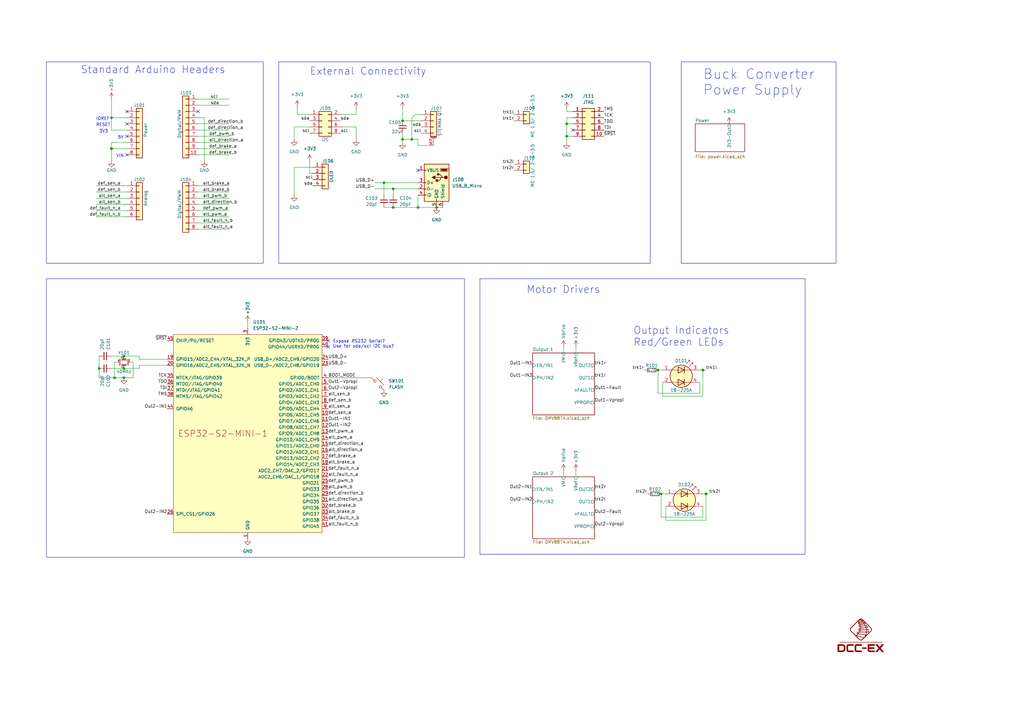
<source format=kicad_sch>
(kicad_sch (version 20230121) (generator eeschema)
  (paper "A3")
  (title_block (date "mar. 31 mars 2015"))
  (lib_symbols
    (symbol "+3V3_1" (power) (pin_names (offset 0))
      (property "Value" "+3V3_1" (at 0 3.556 0))
      (symbol "+3V3_1_1_1"
        (pin power_in line (at 0 0 90) (length 0) hide (name "+3V3") (number "1"))
      )
    )
    (symbol "+3V3_2" (power) (pin_names (offset 0))
      (property "Value" "+3V3_2" (at 0 3.556 0))
      (symbol "+3V3_2_1_1"
        (pin power_in line (at 0 0 90) (length 0) hide (name "+3V3") (number "1"))
      )
    )
    (symbol "Connector:USB_B_Micro" (pin_names (offset 1.016))
      (property "Reference" "J" (at -5.08 11.43 0))
      (property "Value" "USB_B_Micro" (at -5.08 8.89 0))
      (symbol "USB_B_Micro_1_1"
        (pin power_out line (at 7.62 5.08 180) (length 2.54) (name "VBUS") (number "1"))
        (pin bidirectional line (at 7.62 -2.54 180) (length 2.54) (name "D-") (number "2"))
        (pin bidirectional line (at 7.62 0 180) (length 2.54) (name "D+") (number "3"))
        (pin passive line (at 7.62 -5.08 180) (length 2.54) (name "ID") (number "4"))
        (pin power_out line (at 0 -10.16 90) (length 2.54) (name "GND") (number "5"))
        (pin passive line (at -2.54 -10.16 90) (length 2.54) (name "Shield") (number "6"))
      )
    )
    (symbol "Connector_Generic:Conn_01x02" (pin_names (offset 1.016) hide)
      (property "Reference" "J" (at 0 2.54 0))
      (property "Value" "Conn_01x02" (at 0 -5.08 0))
      (symbol "Conn_01x02_1_1"
        (pin passive line (at -5.08 0 0) (length 3.81) (name "Pin_1") (number "1"))
        (pin passive line (at -5.08 -2.54 0) (length 3.81) (name "Pin_2") (number "2"))
      )
    )
    (symbol "Connector_Generic:Conn_01x04" (pin_names (offset 1.016) hide)
      (property "Reference" "J" (at 0 5.08 0))
      (property "Value" "Conn_01x04" (at 0 -7.62 0))
      (symbol "Conn_01x04_1_1"
        (pin passive line (at -5.08 2.54 0) (length 3.81) (name "Pin_1") (number "1"))
        (pin passive line (at -5.08 0 0) (length 3.81) (name "Pin_2") (number "2"))
        (pin passive line (at -5.08 -2.54 0) (length 3.81) (name "Pin_3") (number "3"))
        (pin passive line (at -5.08 -5.08 0) (length 3.81) (name "Pin_4") (number "4"))
      )
    )
    (symbol "Connector_Generic:Conn_01x06" (pin_names (offset 1.016) hide)
      (property "Reference" "J" (at 0 7.62 0))
      (property "Value" "Conn_01x06" (at 0 -10.16 0))
      (symbol "Conn_01x06_1_1"
        (pin passive line (at -5.08 5.08 0) (length 3.81) (name "Pin_1") (number "1"))
        (pin passive line (at -5.08 2.54 0) (length 3.81) (name "Pin_2") (number "2"))
        (pin passive line (at -5.08 0 0) (length 3.81) (name "Pin_3") (number "3"))
        (pin passive line (at -5.08 -2.54 0) (length 3.81) (name "Pin_4") (number "4"))
        (pin passive line (at -5.08 -5.08 0) (length 3.81) (name "Pin_5") (number "5"))
        (pin passive line (at -5.08 -7.62 0) (length 3.81) (name "Pin_6") (number "6"))
      )
    )
    (symbol "Connector_Generic:Conn_01x08" (pin_names (offset 1.016) hide)
      (property "Reference" "J" (at 0 10.16 0))
      (property "Value" "Conn_01x08" (at 0 -12.7 0))
      (symbol "Conn_01x08_1_1"
        (pin passive line (at -5.08 7.62 0) (length 3.81) (name "Pin_1") (number "1"))
        (pin passive line (at -5.08 5.08 0) (length 3.81) (name "Pin_2") (number "2"))
        (pin passive line (at -5.08 2.54 0) (length 3.81) (name "Pin_3") (number "3"))
        (pin passive line (at -5.08 0 0) (length 3.81) (name "Pin_4") (number "4"))
        (pin passive line (at -5.08 -2.54 0) (length 3.81) (name "Pin_5") (number "5"))
        (pin passive line (at -5.08 -5.08 0) (length 3.81) (name "Pin_6") (number "6"))
        (pin passive line (at -5.08 -7.62 0) (length 3.81) (name "Pin_7") (number "7"))
        (pin passive line (at -5.08 -10.16 0) (length 3.81) (name "Pin_8") (number "8"))
      )
    )
    (symbol "Connector_Generic:Conn_01x10" (pin_names (offset 1.016) hide)
      (property "Reference" "J" (at 0 12.7 0))
      (property "Value" "Conn_01x10" (at 0 -15.24 0))
      (symbol "Conn_01x10_1_1"
        (pin passive line (at -5.08 10.16 0) (length 3.81) (name "Pin_1") (number "1"))
        (pin passive line (at -5.08 -12.7 0) (length 3.81) (name "Pin_10") (number "10"))
        (pin passive line (at -5.08 7.62 0) (length 3.81) (name "Pin_2") (number "2"))
        (pin passive line (at -5.08 5.08 0) (length 3.81) (name "Pin_3") (number "3"))
        (pin passive line (at -5.08 2.54 0) (length 3.81) (name "Pin_4") (number "4"))
        (pin passive line (at -5.08 0 0) (length 3.81) (name "Pin_5") (number "5"))
        (pin passive line (at -5.08 -2.54 0) (length 3.81) (name "Pin_6") (number "6"))
        (pin passive line (at -5.08 -5.08 0) (length 3.81) (name "Pin_7") (number "7"))
        (pin passive line (at -5.08 -7.62 0) (length 3.81) (name "Pin_8") (number "8"))
        (pin passive line (at -5.08 -10.16 0) (length 3.81) (name "Pin_9") (number "9"))
      )
    )
    (symbol "Connector_Generic:Conn_02x04_Odd_Even" (pin_names (offset 1.016) hide)
      (property "Reference" "J" (at 1.27 5.08 0))
      (property "Value" "Conn_02x04_Odd_Even" (at 1.27 -7.62 0))
      (symbol "Conn_02x04_Odd_Even_1_1"
        (pin passive line (at -5.08 2.54 0) (length 3.81) (name "Pin_1") (number "1"))
        (pin passive line (at 7.62 2.54 180) (length 3.81) (name "Pin_2") (number "2"))
        (pin passive line (at -5.08 0 0) (length 3.81) (name "Pin_3") (number "3"))
        (pin passive line (at 7.62 0 180) (length 3.81) (name "Pin_4") (number "4"))
        (pin passive line (at -5.08 -2.54 0) (length 3.81) (name "Pin_5") (number "5"))
        (pin passive line (at 7.62 -2.54 180) (length 3.81) (name "Pin_6") (number "6"))
        (pin passive line (at -5.08 -5.08 0) (length 3.81) (name "Pin_7") (number "7"))
        (pin passive line (at 7.62 -5.08 180) (length 3.81) (name "Pin_8") (number "8"))
      )
    )
    (symbol "Connector_Generic:Conn_02x05_Odd_Even" (pin_names (offset 1.016) hide)
      (property "Reference" "J" (at 1.27 7.62 0))
      (property "Value" "Conn_02x05_Odd_Even" (at 1.27 -7.62 0))
      (symbol "Conn_02x05_Odd_Even_1_1"
        (pin passive line (at -5.08 5.08 0) (length 3.81) (name "Pin_1") (number "1"))
        (pin passive line (at 7.62 -5.08 180) (length 3.81) (name "Pin_10") (number "10"))
        (pin passive line (at 7.62 5.08 180) (length 3.81) (name "Pin_2") (number "2"))
        (pin passive line (at -5.08 2.54 0) (length 3.81) (name "Pin_3") (number "3"))
        (pin passive line (at 7.62 2.54 180) (length 3.81) (name "Pin_4") (number "4"))
        (pin passive line (at -5.08 0 0) (length 3.81) (name "Pin_5") (number "5"))
        (pin passive line (at 7.62 0 180) (length 3.81) (name "Pin_6") (number "6"))
        (pin passive line (at -5.08 -2.54 0) (length 3.81) (name "Pin_7") (number "7"))
        (pin passive line (at 7.62 -2.54 180) (length 3.81) (name "Pin_8") (number "8"))
        (pin passive line (at -5.08 -5.08 0) (length 3.81) (name "Pin_9") (number "9"))
      )
    )
    (symbol "Connector_Generic_MountingPin:Conn_01x04_MountingPin" (pin_names (offset 1.016) hide)
      (property "Reference" "J" (at 0 5.08 0))
      (property "Value" "Conn_01x04_MountingPin" (at 1.27 -7.62 0))
      (symbol "Conn_01x04_MountingPin_1_1"
        (text "Mounting" (at 0 -6.731 0) (effects (font (size 0.381 0.381))))
        (pin passive line (at -5.08 2.54 0) (length 3.81) (name "Pin_1") (number "1"))
        (pin passive line (at -5.08 0 0) (length 3.81) (name "Pin_2") (number "2"))
        (pin passive line (at -5.08 -2.54 0) (length 3.81) (name "Pin_3") (number "3"))
        (pin passive line (at -5.08 -5.08 0) (length 3.81) (name "Pin_4") (number "4"))
        (pin passive line (at 0 -10.16 90) (length 3.048) (name "MountPin") (number "MP"))
      )
    )
    (symbol "DCC-EX-Symbols:DCC-EX-Logo" (pin_names (offset 1.016)))
    (symbol "Device:C_Small" (pin_numbers hide) (pin_names (offset 0.254) hide)
      (property "Reference" "C" (at 0.254 1.778 0))
      (property "Value" "C_Small" (at 0.254 -2.032 0))
      (symbol "C_Small_1_1"
        (pin passive line (at 0 2.54 270) (length 2.032) (name "~") (number "1"))
        (pin passive line (at 0 -2.54 90) (length 2.032) (name "~") (number "2"))
      )
    )
    (symbol "Device:Crystal_GND24_Small" (pin_names (offset 1.016) hide)
      (property "Reference" "Y" (at 1.27 4.445 0))
      (property "Value" "Crystal_GND24_Small" (at 1.27 2.54 0))
      (symbol "Crystal_GND24_Small_1_1"
        (pin passive line (at -2.54 0 0) (length 1.27) (name "1") (number "1"))
        (pin passive line (at 0 -2.54 90) (length 0.635) (name "2") (number "2"))
        (pin passive line (at 2.54 0 180) (length 1.27) (name "3") (number "3"))
        (pin passive line (at 0 2.54 270) (length 0.635) (name "4") (number "4"))
      )
    )
    (symbol "Device:LED_Dual_AAKK" (pin_names (offset 0) hide)
      (property "Reference" "D" (at 0 5.715 0))
      (property "Value" "LED_Dual_AAKK" (at 0 -6.35 0))
      (symbol "LED_Dual_AAKK_1_1"
        (pin input line (at -7.62 2.54 0) (length 3.048) (name "A1") (number "1"))
        (pin input line (at -7.62 -2.54 0) (length 3.048) (name "A2") (number "2"))
        (pin input line (at 7.62 2.54 180) (length 3.81) (name "K1") (number "3"))
        (pin input line (at 7.62 -2.54 180) (length 3.81) (name "K2") (number "4"))
      )
    )
    (symbol "Device:R_Small" (pin_numbers hide) (pin_names (offset 0.254) hide)
      (property "Reference" "R" (at 0.762 0.508 0))
      (property "Value" "R_Small" (at 0.762 -1.016 0))
      (symbol "R_Small_1_1"
        (pin passive line (at 0 2.54 270) (length 0.762) (name "~") (number "1"))
        (pin passive line (at 0 -2.54 90) (length 0.762) (name "~") (number "2"))
      )
    )
    (symbol "PCM_Espressif:ESP32-S2-MINI-1" (pin_names (offset 1.016))
      (property "Reference" "U" (at -30.48 45.72 0))
      (property "Value" "ESP32-S2-MINI-1" (at -30.48 43.18 0))
      (symbol "ESP32-S2-MINI-1_0_0"
        (pin power_in line (at 0 -43.18 90) (length 2.54) (name "GND") (number "1"))
        (pin passive line (at 0 -43.18 90) (length 2.54) hide (name "GND") (number "43"))
        (pin input line (at -33.02 10.16 0) (length 2.54) (name "GPIO46") (number "44"))
        (pin bidirectional line (at -33.02 38.1 0) (length 2.54) (name "CHIP/PU/RESET") (number "45"))
        (pin passive line (at 0 -43.18 90) (length 2.54) hide (name "GND") (number "46"))
        (pin passive line (at 0 -43.18 90) (length 2.54) hide (name "GND") (number "47"))
        (pin passive line (at 0 -43.18 90) (length 2.54) hide (name "GND") (number "48"))
        (pin passive line (at 0 -43.18 90) (length 2.54) hide (name "GND") (number "49"))
        (pin passive line (at 0 -43.18 90) (length 2.54) hide (name "GND") (number "50"))
        (pin passive line (at 0 -43.18 90) (length 2.54) hide (name "GND") (number "51"))
        (pin passive line (at 0 -43.18 90) (length 2.54) hide (name "GND") (number "52"))
        (pin passive line (at 0 -43.18 90) (length 2.54) hide (name "GND") (number "53"))
        (pin passive line (at 0 -43.18 90) (length 2.54) hide (name "GND") (number "54"))
        (pin passive line (at 0 -43.18 90) (length 2.54) hide (name "GND") (number "55"))
        (pin passive line (at 0 -43.18 90) (length 2.54) hide (name "GND") (number "56"))
        (pin passive line (at 0 -43.18 90) (length 2.54) hide (name "GND") (number "57"))
        (pin passive line (at 0 -43.18 90) (length 2.54) hide (name "GND") (number "58"))
        (pin passive line (at 0 -43.18 90) (length 2.54) hide (name "GND") (number "59"))
        (pin passive line (at 0 -43.18 90) (length 2.54) hide (name "GND") (number "60"))
        (pin passive line (at 0 -43.18 90) (length 2.54) hide (name "GND") (number "61"))
        (pin passive line (at 0 -43.18 90) (length 2.54) hide (name "GND") (number "62"))
        (pin passive line (at 0 -43.18 90) (length 2.54) hide (name "GND") (number "63"))
        (pin passive line (at 0 -43.18 90) (length 2.54) hide (name "GND") (number "64"))
        (pin passive line (at 0 -43.18 90) (length 2.54) hide (name "GND") (number "65"))
      )
      (symbol "ESP32-S2-MINI-1_1_1"
        (text "ESP32-S2-MINI-1" (at -10.16 0 0) (effects (font (size 2.54 2.54))))
        (pin bidirectional line (at 33.02 7.62 180) (length 2.54) (name "GPIO6/ADC1_CH5") (number "10"))
        (pin bidirectional line (at 33.02 5.08 180) (length 2.54) (name "GPIO7/ADC1_CH6") (number "11"))
        (pin bidirectional line (at 33.02 2.54 180) (length 2.54) (name "GPIO8/ADC1_CH7") (number "12"))
        (pin bidirectional line (at 33.02 0 180) (length 2.54) (name "GPIO9/ADC1_CH8") (number "13"))
        (pin bidirectional line (at 33.02 -2.54 180) (length 2.54) (name "GPIO10/ADC1_CH9") (number "14"))
        (pin bidirectional line (at 33.02 -5.08 180) (length 2.54) (name "GPIO11/ADC2_CH0") (number "15"))
        (pin bidirectional line (at 33.02 -7.62 180) (length 2.54) (name "GPIO12/ADC2_CH1") (number "16"))
        (pin bidirectional line (at 33.02 -10.16 180) (length 2.54) (name "GPIO13/ADC2_CH2") (number "17"))
        (pin bidirectional line (at 33.02 -12.7 180) (length 2.54) (name "GPIO14/ADC2_CH3") (number "18"))
        (pin bidirectional line (at -33.02 30.48 0) (length 2.54) (name "GPIO15/ADC2_CH4/XTAL_32K_P") (number "19"))
        (pin passive line (at 0 -43.18 90) (length 2.54) hide (name "GND") (number "2"))
        (pin bidirectional line (at -33.02 27.94 0) (length 2.54) (name "GPIO16/ADC2_CH5/XTAL_32K_N") (number "20"))
        (pin bidirectional line (at 33.02 -15.24 180) (length 2.54) (name "ADC2_CH7/DAC_2/GPIO17") (number "21"))
        (pin bidirectional line (at 33.02 -17.78 180) (length 2.54) (name "ADC2_CH6/DAC_1/GPIO18") (number "22"))
        (pin bidirectional line (at 33.02 27.94 180) (length 2.54) (name "USB_D-/ADC2_CH8/GPIO19") (number "23"))
        (pin bidirectional line (at 33.02 30.48 180) (length 2.54) (name "USB_D+/ADC2_CH9/GPIO20") (number "24"))
        (pin bidirectional line (at 33.02 -20.32 180) (length 2.54) (name "GPIO21") (number "25"))
        (pin bidirectional line (at -33.02 -33.02 0) (length 2.54) (name "SPI_CS1/GPIO26") (number "26"))
        (pin no_connect line (at -30.48 -38.1 0) (length 2.54) hide (name "NC") (number "27"))
        (pin bidirectional line (at 33.02 -22.86 180) (length 2.54) (name "GPIO33") (number "28"))
        (pin bidirectional line (at 33.02 -25.4 180) (length 2.54) (name "GPIO34") (number "29"))
        (pin power_in line (at 0 43.18 270) (length 2.54) (name "3V3") (number "3"))
        (pin passive line (at 0 -43.18 90) (length 2.54) hide (name "GND") (number "30"))
        (pin bidirectional line (at 33.02 -27.94 180) (length 2.54) (name "GPIO35") (number "31"))
        (pin bidirectional line (at 33.02 -30.48 180) (length 2.54) (name "GPIO36") (number "32"))
        (pin bidirectional line (at 33.02 -33.02 180) (length 2.54) (name "GPIO37") (number "33"))
        (pin bidirectional line (at 33.02 -35.56 180) (length 2.54) (name "GPIO38") (number "34"))
        (pin bidirectional line (at -33.02 22.86 0) (length 2.54) (name "MTCK/JTAG/GPIO39") (number "35"))
        (pin bidirectional line (at -33.02 20.32 0) (length 2.54) (name "MTDO/JTAG/GPIO40") (number "36"))
        (pin bidirectional line (at -33.02 17.78 0) (length 2.54) (name "MTDI/JTAG/GPIO41") (number "37"))
        (pin bidirectional line (at -33.02 15.24 0) (length 2.54) (name "MTMS/JTAG/GPIO42") (number "38"))
        (pin bidirectional line (at 33.02 38.1 180) (length 2.54) (name "GPIO43/U0TXD/PROG") (number "39"))
        (pin bidirectional line (at 33.02 22.86 180) (length 2.54) (name "GPIO0/BOOT") (number "4"))
        (pin bidirectional line (at 33.02 35.56 180) (length 2.54) (name "GPIO44/U0RXD/PROG") (number "40"))
        (pin bidirectional line (at 33.02 -38.1 180) (length 2.54) (name "GPIO45") (number "41"))
        (pin passive line (at 0 -43.18 90) (length 2.54) hide (name "GND") (number "42"))
        (pin bidirectional line (at 33.02 20.32 180) (length 2.54) (name "GPIO1/ADC1_CH0") (number "5"))
        (pin bidirectional line (at 33.02 17.78 180) (length 2.54) (name "GPIO2/ADC1_CH1") (number "6"))
        (pin bidirectional line (at 33.02 15.24 180) (length 2.54) (name "GPIO3/ADC1_CH2") (number "7"))
        (pin bidirectional line (at 33.02 12.7 180) (length 2.54) (name "GPIO4/ADC1_CH3") (number "8"))
        (pin bidirectional line (at 33.02 10.16 180) (length 2.54) (name "GPIO5/ADC1_CH4") (number "9"))
      )
    )
    (symbol "Switch:SW_Push_45deg" (pin_numbers hide) (pin_names (offset 1.016) hide)
      (property "Reference" "SW" (at 3.048 1.016 0))
      (property "Value" "SW_Push_45deg" (at 0 -3.81 0))
      (symbol "SW_Push_45deg_0_1"
        (pin passive line (at -2.54 2.54 0) (length 0) (name "1") (number "1"))
        (pin passive line (at 2.54 -2.54 180) (length 0) (name "2") (number "2"))
      )
    )
    (symbol "power:GND" (power) (pin_names (offset 0))
      (property "Value" "GND" (at 0 -3.81 0))
      (symbol "GND_1_1"
        (pin power_in line (at 0 0 270) (length 0) hide (name "GND") (number "1"))
      )
    )
    (symbol "power:Vdrive" (power) (pin_names (offset 0))
      (property "Value" "Vdrive" (at 0 3.81 0))
      (symbol "Vdrive_1_1"
        (pin power_in line (at 0 0 90) (length 0) hide (name "Vdrive") (number "1"))
      )
    )
  )
  (junction (at 157.48 74.93))
  (junction (at 232.41 55.88))
  (junction (at 161.29 85.09))
  (junction (at 50.8 146.05))
  (junction (at 45.72 60.96) (diameter 1.016))
  (junction (at 45.72 48.26))
  (junction (at 168.91 57.15))
  (junction (at 271.145 202.565))
  (junction (at 171.45 85.09))
  (junction (at 289.56 202.565))
  (junction (at 179.07 85.09))
  (junction (at 50.8 151.13))
  (junction (at 232.41 50.8))
  (junction (at 288.29 151.765))
  (junction (at 165.1 57.15))
  (junction (at 46.99 154.94))
  (junction (at 161.29 77.47))
  (junction (at 165.1 49.53))
  (junction (at 50.8 154.94))
  (junction (at 40.64 151.13))
  (junction (at 269.875 151.765))
  (no_connect (at 134.62 142.24))
  (no_connect (at 81.28 45.72))
  (no_connect (at 234.95 53.34))
  (no_connect (at 52.07 50.8))
  (no_connect (at 134.62 139.7))
  (no_connect (at 52.07 63.5))
  (no_connect (at 52.07 55.88))
  (no_connect (at 52.07 45.72))
  (no_connect (at 171.45 69.85))
  (wire (pts (xy 81.28 93.98) (xy 93.98 93.98)))
  (wire (pts (xy 81.28 58.42) (xy 93.98 58.42)))
  (wire (pts (xy 289.56 213.36) (xy 289.56 202.565)))
  (wire (pts (xy 81.28 40.64) (xy 93.98 40.64)))
  (wire (pts (xy 120.65 68.58) (xy 120.65 80.01)))
  (wire (pts (xy 170.18 46.99) (xy 168.91 48.26)))
  (wire (pts (xy 273.05 207.645) (xy 273.05 213.36)))
  (wire (pts (xy 288.29 151.765) (xy 289.56 151.765)))
  (wire (pts (xy 121.92 46.99) (xy 127 46.99)))
  (wire (pts (xy 45.72 48.26) (xy 45.72 53.34)))
  (wire (pts (xy 165.1 57.15) (xy 168.91 57.15)))
  (wire (pts (xy 289.56 202.565) (xy 290.83 202.565)))
  (wire (pts (xy 68.58 149.86) (xy 57.15 149.86)))
  (wire (pts (xy 264.16 151.765) (xy 264.795 151.765)))
  (wire (pts (xy 157.48 85.09) (xy 161.29 85.09)))
  (wire (pts (xy 271.78 156.845) (xy 271.78 162.56)))
  (wire (pts (xy 45.72 58.42) (xy 45.72 60.96)))
  (wire (pts (xy 39.37 88.9) (xy 52.07 88.9)))
  (wire (pts (xy 232.41 50.8) (xy 234.95 50.8)))
  (wire (pts (xy 171.45 59.69) (xy 171.45 57.15)))
  (wire (pts (xy 120.65 52.07) (xy 127 52.07)))
  (wire (pts (xy 170.18 46.99) (xy 172.72 46.99)))
  (wire (pts (xy 45.72 60.96) (xy 45.72 66.04)))
  (wire (pts (xy 171.45 80.01) (xy 171.45 85.09)))
  (wire (pts (xy 153.67 77.47) (xy 161.29 77.47)))
  (wire (pts (xy 165.1 49.53) (xy 172.72 49.53)))
  (wire (pts (xy 57.15 147.32) (xy 57.15 146.05)))
  (wire (pts (xy 271.145 212.09) (xy 288.29 212.09)))
  (wire (pts (xy 40.64 151.13) (xy 40.64 154.94)))
  (wire (pts (xy 81.28 50.8) (xy 93.98 50.8)))
  (wire (pts (xy 269.875 161.29) (xy 287.02 161.29)))
  (wire (pts (xy 45.72 40.64) (xy 45.72 48.26)))
  (wire (pts (xy 81.28 76.2) (xy 93.98 76.2)))
  (wire (pts (xy 57.15 146.05) (xy 50.8 146.05)))
  (wire (pts (xy 52.07 76.2) (xy 39.37 76.2)))
  (wire (pts (xy 265.43 202.565) (xy 266.065 202.565)))
  (wire (pts (xy 81.28 53.34) (xy 93.98 53.34)))
  (wire (pts (xy 271.78 162.56) (xy 288.29 162.56)))
  (wire (pts (xy 81.28 78.74) (xy 93.98 78.74)))
  (wire (pts (xy 269.875 151.765) (xy 269.875 161.29)))
  (wire (pts (xy 40.64 154.94) (xy 46.99 154.94)))
  (wire (pts (xy 40.64 146.05) (xy 40.64 151.13)))
  (wire (pts (xy 288.29 212.09) (xy 288.29 207.645)))
  (wire (pts (xy 121.92 43.815) (xy 121.92 46.99)))
  (wire (pts (xy 232.41 45.72) (xy 232.41 44.45)))
  (wire (pts (xy 46.99 154.94) (xy 50.8 154.94)))
  (wire (pts (xy 232.41 55.88) (xy 232.41 58.42)))
  (wire (pts (xy 81.28 60.96) (xy 93.98 60.96)))
  (wire (pts (xy 231.14 193.04) (xy 231.14 195.58)))
  (wire (pts (xy 139.7 46.99) (xy 146.05 46.99)))
  (wire (pts (xy 165.1 58.42) (xy 165.1 57.15)))
  (wire (pts (xy 53.34 148.59) (xy 54.61 148.59)))
  (wire (pts (xy 68.58 147.32) (xy 57.15 147.32)))
  (wire (pts (xy 146.05 52.07) (xy 146.05 57.15)))
  (wire (pts (xy 171.45 57.15) (xy 168.91 57.15)))
  (wire (pts (xy 81.28 83.82) (xy 93.98 83.82)))
  (wire (pts (xy 153.67 74.93) (xy 157.48 74.93)))
  (wire (pts (xy 234.95 48.26) (xy 232.41 48.26)))
  (wire (pts (xy 139.7 52.07) (xy 146.05 52.07)))
  (wire (pts (xy 57.15 151.13) (xy 50.8 151.13)))
  (wire (pts (xy 57.15 149.86) (xy 57.15 151.13)))
  (wire (pts (xy 83.82 48.26) (xy 83.82 66.04)))
  (wire (pts (xy 161.29 77.47) (xy 171.45 77.47)))
  (wire (pts (xy 46.99 148.59) (xy 48.26 148.59)))
  (wire (pts (xy 236.22 193.04) (xy 236.22 195.58)))
  (wire (pts (xy 273.05 213.36) (xy 289.56 213.36)))
  (wire (pts (xy 52.07 81.28) (xy 39.37 81.28)))
  (wire (pts (xy 52.07 60.96) (xy 45.72 60.96)))
  (wire (pts (xy 179.07 85.09) (xy 181.61 85.09)))
  (wire (pts (xy 287.02 151.765) (xy 288.29 151.765)))
  (wire (pts (xy 271.145 202.565) (xy 273.05 202.565)))
  (wire (pts (xy 231.14 142.24) (xy 231.14 144.78)))
  (wire (pts (xy 232.41 55.88) (xy 234.95 55.88)))
  (wire (pts (xy 45.72 53.34) (xy 52.07 53.34)))
  (wire (pts (xy 54.61 148.59) (xy 54.61 154.94)))
  (wire (pts (xy 39.37 78.74) (xy 52.07 78.74)))
  (wire (pts (xy 269.875 151.765) (xy 271.78 151.765)))
  (wire (pts (xy 120.65 68.58) (xy 128.27 68.58)))
  (wire (pts (xy 288.29 162.56) (xy 288.29 151.765)))
  (wire (pts (xy 127 66.04) (xy 127 71.12)))
  (wire (pts (xy 81.28 48.26) (xy 83.82 48.26)))
  (wire (pts (xy 288.29 202.565) (xy 289.56 202.565)))
  (wire (pts (xy 52.07 58.42) (xy 45.72 58.42)))
  (wire (pts (xy 232.41 50.8) (xy 232.41 55.88)))
  (wire (pts (xy 165.1 44.45) (xy 165.1 49.53)))
  (wire (pts (xy 81.28 55.88) (xy 93.98 55.88)))
  (wire (pts (xy 171.45 59.69) (xy 177.8 59.69)))
  (wire (pts (xy 45.72 146.05) (xy 50.8 146.05)))
  (wire (pts (xy 161.29 77.47) (xy 161.29 80.01)))
  (wire (pts (xy 127 71.12) (xy 128.27 71.12)))
  (wire (pts (xy 236.22 142.24) (xy 236.22 144.78)))
  (wire (pts (xy 81.28 81.28) (xy 93.98 81.28)))
  (wire (pts (xy 39.37 83.82) (xy 52.07 83.82)))
  (wire (pts (xy 101.6 132.08) (xy 101.6 134.62)))
  (wire (pts (xy 271.145 202.565) (xy 271.145 212.09)))
  (wire (pts (xy 171.45 85.09) (xy 179.07 85.09)))
  (wire (pts (xy 46.99 154.94) (xy 46.99 148.59)))
  (wire (pts (xy 165.1 54.61) (xy 165.1 57.15)))
  (wire (pts (xy 234.95 45.72) (xy 232.41 45.72)))
  (wire (pts (xy 161.29 85.09) (xy 171.45 85.09)))
  (wire (pts (xy 81.28 43.18) (xy 93.98 43.18)))
  (wire (pts (xy 146.05 44.45) (xy 146.05 46.99)))
  (wire (pts (xy 157.48 74.93) (xy 171.45 74.93)))
  (wire (pts (xy 81.28 88.9) (xy 93.98 88.9)))
  (wire (pts (xy 81.28 86.36) (xy 93.98 86.36)))
  (wire (pts (xy 157.48 74.93) (xy 157.48 80.01)))
  (wire (pts (xy 134.62 154.94) (xy 152.4 154.94)))
  (wire (pts (xy 45.72 151.13) (xy 50.8 151.13)))
  (wire (pts (xy 50.8 154.94) (xy 54.61 154.94)))
  (wire (pts (xy 81.28 91.44) (xy 93.98 91.44)))
  (wire (pts (xy 232.41 48.26) (xy 232.41 50.8)))
  (wire (pts (xy 120.65 52.07) (xy 120.65 57.15)))
  (wire (pts (xy 168.91 48.26) (xy 168.91 57.15)))
  (wire (pts (xy 287.02 161.29) (xy 287.02 156.845)))
  (wire (pts (xy 52.07 86.36) (xy 39.37 86.36)))
  (wire (pts (xy 81.28 63.5) (xy 93.98 63.5)))
  (wire (pts (xy 45.72 48.26) (xy 52.07 48.26)))
  (rectangle (start 19.05 114.3) (end 190.5 228.6))
  (rectangle (start 114.3 25.4) (end 266.7 107.95))
  (rectangle (start 19.05 25.4) (end 107.95 107.95))
  (rectangle (start 279.4 25.4) (end 342.9 107.95))
  (rectangle (start 196.85 114.3) (end 330.2 227.33))
  (text "Buck Converter\nPower Supply" (at 288.29 39.37 0) (effects (font (size 4 4)) (justify left bottom)))
  (text "Motor Drivers" (at 215.9 120.65 0) (effects (font (size 3 3)) (justify left bottom)))
  (text "Output Indicators\nRed/Green LEDs" (at 259.715 142.24 0) (effects (font (size 3 3)) (justify left bottom)))
  (text "VIN" (at 47.625 64.77 0) (effects (font (size 1.27 1.27)) (justify left bottom)))
  (text "External Connectivity" (at 127 31.115 0) (effects (font (size 3 3)) (justify left bottom)))
  (text "Expose RS232 Serial?\nUse for sda/scl I2C bus?" (at 136.525 142.875 0) (effects (font (size 1.27 1.27)) (justify left bottom)))
  (text "IOREF" (at 39.37 49.53 0) (effects (font (size 1.27 1.27)) (justify left bottom)))
  (text "5V" (at 48.26 57.15 0) (effects (font (size 1.27 1.27)) (justify left bottom)))
  (text "Standard Arduino Headers" (at 33.02 30.48 0) (effects (font (size 3 3)) (justify left bottom)))
  (text "RESET" (at 39.37 52.07 0) (effects (font (size 1.27 1.27)) (justify left bottom)))
  (text "3V3" (at 40.64 54.61 0) (effects (font (size 1.27 1.27)) (justify left bottom)))
  (text "new MotorDriver( 3, 12, UNUSED_PIN, 9, A0, 2.99, 1500, UNUSED_PIN), \\\nnew MotorDriver(11, 13, UNUSED_PIN, 8, A1, 2.99, 1500, UNUSED_PIN), \\\nnew MotorDriver( 2, 10, UNUSED_PIN, 7, A2, 2.99, 1500, UNUSED_PIN), \\\nnew MotorDriver( 5,  4, UNUSED_PIN, 6, A3, 2.99, 1500, UNUSED_PIN)" (at -6.858 251.206 90) (effects (font (size 3 3)) (justify left bottom)))
  (label "USB_D+" (at 153.67 74.93 180))
  (label "USB_D-" (at 153.67 77.47 180))
  (label "TCK" (at 68.58 154.94 180))
  (label "trk2r" (at 265.43 202.565 180))
  (label "trk2l" (at 290.83 202.565 0))
  (label "Out1-Vpropi" (at 134.62 157.48 0))
  (label "Out1-Vpropi" (at 243.84 165.1 0))
  (label "def_fault_n_a" (at 49.53 86.36 180))
  (label "def_direction_a" (at 85.217 53.34 0))
  (label "alt_pwm_a" (at 134.62 180.34 0))
  (label "alt_fault_n_a" (at 134.62 195.58 0))
  (label "def_brake_a" (at 134.62 187.96 0))
  (label "alt_brake_b" (at 83.185 78.74 0))
  (label "Out1-IN2" (at 134.62 175.26 0))
  (label "TCK" (at 247.65 48.26 0))
  (label "Out2-IN1" (at 218.44 200.66 180))
  (label "def_fault_n_b" (at 134.62 213.36 0))
  (label "trk2l" (at 243.84 205.74 0))
  (label "sda" (at 128.27 76.2 180))
  (label "alt_fault_n_a" (at 83.185 93.98 0))
  (label "def_direction_b" (at 85.217 50.8 0))
  (label "scl" (at 128.27 73.66 180))
  (label "def_pwm_b" (at 134.62 198.12 0))
  (label "alt_pwm_a" (at 83.185 88.9 0))
  (label "alt_direction_b" (at 83.185 83.82 0))
  (label "def_pwm_b" (at 85.725 55.88 0))
  (label "trk1l" (at 289.56 151.765 0))
  (label "alt_sen_b" (at 49.53 83.82 180))
  (label "def_sen_b" (at 49.53 78.74 180))
  (label "trk1l" (at 243.84 154.94 0))
  (label "~{SRST}" (at 247.65 55.88 0))
  (label "def_sen_a" (at 49.53 76.2 180))
  (label "alt_fault_n_b" (at 134.62 215.9 0))
  (label "Out2-Vpropi" (at 243.84 215.9 0))
  (label "scl" (at 172.72 54.61 180))
  (label "alt_brake_a" (at 134.62 190.5 0))
  (label "TDO" (at 68.58 157.48 180))
  (label "alt_sen_a" (at 134.62 167.64 0))
  (label "sda" (at 139.7 49.53 0))
  (label "Out1-IN2" (at 218.44 154.94 180))
  (label "alt_sen_a" (at 49.53 81.28 180))
  (label "trk2r" (at 210.82 69.85 180))
  (label "def_fault_n_b" (at 49.53 88.9 180))
  (label "Out2-IN2" (at 218.44 205.74 180))
  (label "alt_direction_a" (at 85.725 58.42 0))
  (label "Out1-IN1" (at 218.44 149.86 180))
  (label "trk1r" (at 264.16 151.765 180))
  (label "def_brake_a" (at 85.725 60.96 0))
  (label "def_pwm_a" (at 83.185 86.36 0))
  (label "def_direction_a" (at 134.62 182.88 0))
  (label "trk2l" (at 210.82 67.31 180))
  (label "def_direction_b" (at 134.62 203.2 0))
  (label "alt_brake_b" (at 134.62 210.82 0))
  (label "Out2-Vpropi" (at 134.62 160.02 0))
  (label "sda" (at 172.72 52.07 180))
  (label "TDI" (at 68.58 160.02 180))
  (label "scl" (at 139.7 54.61 0))
  (label "Out2-Fault" (at 243.84 210.82 0))
  (label "sda" (at 86.36 43.18 0))
  (label "TMS" (at 68.58 162.56 180))
  (label "Out2-IN1" (at 68.58 167.64 180))
  (label "TDO" (at 247.65 50.8 0))
  (label "Out1-Fault" (at 243.84 160.02 0))
  (label "trk1l" (at 210.82 46.99 180))
  (label "alt_sen_b" (at 134.62 162.56 0))
  (label "alt_brake_a" (at 83.185 76.2 0))
  (label "scl" (at 86.36 40.64 0))
  (label "trk1r" (at 243.84 149.86 0))
  (label "USB_D+" (at 134.62 147.32 0))
  (label "def_brake_b" (at 134.62 208.28 0))
  (label "scl" (at 127 54.61 180))
  (label "alt_pwm_b" (at 134.62 200.66 0))
  (label "trk2r" (at 243.84 200.66 0))
  (label "def_sen_a" (at 134.62 170.18 0))
  (label "alt_pwm_b" (at 83.185 81.28 0))
  (label "TMS" (at 247.65 45.72 0))
  (label "alt_direction_a" (at 134.62 185.42 0))
  (label "~{SRST}" (at 68.58 139.7 180))
  (label "Out1-IN1" (at 134.62 172.72 0))
  (label "def_fault_n_a" (at 134.62 193.04 0))
  (label "sda" (at 127 49.53 180))
  (label "BOOT_MODE" (at 134.62 154.94 0))
  (label "def_sen_b" (at 134.62 165.1 0))
  (label "alt_fault_n_b" (at 83.185 91.44 0))
  (label "alt_direction_b" (at 134.62 205.74 0))
  (label "trk1r" (at 210.82 49.53 180))
  (label "USB_D-" (at 134.62 149.86 0))
  (label "Out2-IN2" (at 68.58 210.82 180))
  (label "def_pwm_a" (at 134.62 177.8 0))
  (label "def_brake_b" (at 85.725 63.5 0))
  (label "TDI" (at 247.65 53.34 0))
  (symbol (lib_id "Connector_Generic:Conn_01x08") (at 57.15 53.34 0) (unit 1)
    (property "Reference" "J101" (at 57.15 43.18 0))
    (property "Value" "Power" (at 59.69 53.34 90))
    (property "Footprint" "Connector_PinSocket_2.54mm:PinSocket_1x08_P2.54mm_Vertical" (effects hide))
    (property "Datasheet" "https://www.mouser.com/datasheet/2/527/tsw_th-2854687.pdf" (effects hide))
    (property "Description" "Tin Straight Square Pins 2.54mm 8P 5.84mm -55℃~+125℃ 10.16mm 2.54mm Plugin Phosphor bronze Black Plugin,P=2.54mm Pin Headers ROHS" (effects hide))
    (property "LCSC Part #" "C3330612" (effects hide))
    (property "rohs_cert_or_in_datasheet" "y" (effects hide))
  )
  (symbol (lib_id "power:GND") (at 45.72 66.04 0) (unit 1)
    (property "Reference" "#PWR0110" (effects hide))
    (property "Value" "GND" (at 45.72 69.85 0))
  )
  (symbol (lib_id "Connector_Generic:Conn_01x10") (at 76.2 50.8 0) (mirror y) (unit 1)
    (property "Reference" "J103" (at 76.2 38.1 0))
    (property "Value" "Digital/PWM" (at 73.66 50.8 90))
    (property "Footprint" "Connector_PinSocket_2.54mm:PinSocket_1x10_P2.54mm_Vertical" (effects hide))
    (property "Datasheet" "https://www.mouser.com/datasheet/2/527/tsw_th-2854687.pdf" (effects hide))
    (property "Description" "Tin Straight Square Pins 2.54mm 10P 5.84mm -55℃~+125℃ 10.16mm 2.54mm Plugin Phosphor bronze Black Plugin Pin Headers ROHS" (effects hide))
    (property "LCSC Part #" "C3334246" (effects hide))
    (property "rohs_cert_or_in_datasheet" "y" (effects hide))
  )
  (symbol (lib_id "power:GND") (at 83.82 66.04 0) (unit 1)
    (property "Reference" "#PWR0111" (effects hide))
    (property "Value" "GND" (at 83.82 69.85 0))
  )
  (symbol (lib_id "Connector_Generic:Conn_01x06") (at 57.15 81.28 0) (unit 1)
    (property "Reference" "J102" (at 57.15 73.66 0))
    (property "Value" "Analog" (at 59.69 81.28 90))
    (property "Footprint" "Connector_PinSocket_2.54mm:PinSocket_1x06_P2.54mm_Vertical" (effects hide))
    (property "Datasheet" "https://www.mouser.com/datasheet/2/527/tsw_th-2854687.pdf" (effects hide))
    (property "Description" "Tin Straight Square Pins 2.54mm 6P 5.84mm -55℃~+125℃ 10.16mm 2.54mm Plugin Phosphor bronze Black Plugin,P=2.54mm Pin Headers ROHS" (effects hide))
    (property "LCSC Part #" "C3330569" (effects hide))
    (property "rohs_cert_or_in_datasheet" "y" (effects hide))
  )
  (symbol (lib_id "Connector_Generic:Conn_01x08") (at 76.2 83.82 0) (mirror y) (unit 1)
    (property "Reference" "J104" (at 76.2 73.66 0))
    (property "Value" "Digital/PWM" (at 73.66 83.82 90))
    (property "Footprint" "Connector_PinSocket_2.54mm:PinSocket_1x08_P2.54mm_Vertical" (effects hide))
    (property "Datasheet" "https://www.mouser.com/datasheet/2/527/tsw_th-2854687.pdf" (effects hide))
    (property "Description" "Tin Straight Square Pins 2.54mm 8P 5.84mm -55℃~+125℃ 10.16mm 2.54mm Plugin Phosphor bronze Black Plugin,P=2.54mm Pin Headers ROHS" (effects hide))
    (property "LCSC Part #" "C3330612" (effects hide))
    (property "rohs_cert_or_in_datasheet" "y" (effects hide))
  )
  (symbol (lib_id "power:GND") (at 165.1 58.42 0) (unit 1)
    (property "Reference" "#PWR0109" (effects hide))
    (property "Value" "GND" (at 165.1 63.5 0))
  )
  (symbol (lib_name "+3V3_2") (lib_id "power:+3V3") (at 121.92 43.815 0) (unit 1)
    (property "Reference" "#PWR0102" (effects hide))
    (property "Value" "+3V3" (at 121.92 38.735 0))
  )
  (symbol (lib_name "+3V3_1") (lib_id "power:+3V3") (at 101.6 132.08 0) (unit 1)
    (property "Reference" "#PWR0115" (effects hide))
    (property "Value" "+3V3" (at 101.6 126.365 90))
  )
  (symbol (lib_id "power:GND") (at 101.6 220.98 0) (unit 1)
    (property "Reference" "#PWR0122" (effects hide))
    (property "Value" "GND" (at 101.6 226.06 0))
  )
  (symbol (lib_id "Device:R_Small") (at 267.335 151.765 270) (unit 1)
    (property "Reference" "R101" (at 267.335 149.86 90))
    (property "Value" "47K" (at 267.335 151.765 90))
    (property "Footprint" "Resistor_SMD:R_0402_1005Metric" (effects hide))
    (property "LCSC Part #" "C25792" (effects hide))
    (property "rohs_cert_or_in_datasheet" "y" (effects hide))
    (property "Description" "62.5mW Thick Film Resistors ±100ppm/℃ ±1% 47kΩ 0402 Chip Resistor - Surface Mount ROHS" (effects hide))
  )
  (symbol (lib_id "power:GND") (at 179.07 85.09 0) (unit 1)
    (property "Reference" "#PWR0114" (effects hide))
    (property "Value" "GND" (at 179.07 90.17 0))
  )
  (symbol (lib_id "power:GND") (at 120.65 80.01 0) (unit 1)
    (property "Reference" "#PWR0113" (effects hide))
    (property "Value" "GND" (at 120.65 85.09 0))
  )
  (symbol (lib_id "Connector_Generic:Conn_01x02") (at 215.9 46.99 0) (unit 1)
    (property "Reference" "J109" (at 214.63 44.45 0) (effects (justify left)))
    (property "Value" "MC 1,5/ 2-G-3,5" (at 218.44 56.515 90) (effects (justify left)))
    (property "Footprint" "Connector_Phoenix_MC:PhoenixContact_MC_1,5_2-G-3.5_1x02_P3.50mm_Horizontal" (effects hide))
    (property "Datasheet" "https://datasheet.lcsc.com/lcsc/2304140030_Ningbo-Xinlaiya-Elec--XY2500R-G-3-5-2P_C880572.pdf" (effects hide))
    (property "LCSC Part #" "C880572" (effects hide))
    (property "rohs_cert_or_in_datasheet" "y" (effects hide))
    (property "Description" "300V 8A 2 Bend 1 3.5mm 1x2P Green Board Edge/Receptacle-Close Push-Pull,P=3.5mm Pluggable System Terminal Block ROHS" (effects hide))
  )
  (symbol (lib_id "Connector_Generic:Conn_01x04") (at 133.35 71.12 0) (unit 1)
    (property "Reference" "J106" (at 132.08 66.04 0) (effects (justify left)))
    (property "Value" "OLED" (at 135.89 74.93 90) (effects (justify left)))
    (property "Footprint" "Connector_PinSocket_2.54mm:PinSocket_1x04_P2.54mm_Vertical" (effects hide))
    (property "Datasheet" "https://datasheet.lcsc.com/lcsc/2306091006_HCTL-PM254-1-04-Z-8-5_C2897367.pdf" (effects hide))
    (property "LCSC Part #" "C2897367" (effects hide))
    (property "rohs_cert_or_in_datasheet" "y" (effects hide))
    (property "Description" "2.54mm Plugin 3A 4P -40℃~+105℃ Straight 1x4P 8.5mm Top Square Holes Plugin,P=2.54mm Female Headers ROHS" (effects hide))
  )
  (symbol (lib_id "DCC-EX-Symbols:DCC-EX-Logo") (at 353.06 261.62 0) (unit 1)
    (property "Reference" "#G101" (effects hide))
    (property "Value" "LOGO" (effects hide))
  )
  (symbol (lib_id "Device:C_Small") (at 165.1 52.07 0) (unit 1)
    (property "Reference" "C105" (at 159.385 50.165 0) (effects (justify left)))
    (property "Value" "22uF" (at 160.655 53.975 0) (effects (justify left)))
    (property "Footprint" "Capacitor_SMD:C_0805_2012Metric" (effects hide))
    (property "Datasheet" "Generic" (effects hide))
    (property "LCSC Part #" "C6119901" (effects hide))
    (property "rohs_cert_or_in_datasheet" "y" (effects hide))
    (property "Description" "35V 22uF X5R ±20% 0805 Multilayer Ceramic Capacitors MLCC - SMD/SMT ROHS" (effects hide))
  )
  (symbol (lib_id "power:Vdrive") (at 231.14 142.24 0) (unit 1)
    (property "Reference" "#PWR0116" (effects hide))
    (property "Value" "Vdrive" (at 231.14 135.89 90))
  )
  (symbol (lib_id "PCM_Espressif:ESP32-S2-MINI-1") (at 101.6 177.8 0) (unit 1)
    (property "Reference" "U101" (at 103.7941 132.08 0) (effects (justify left)))
    (property "Value" "ESP32-S2-MINI-2" (at 103.7941 134.62 0) (effects (justify left)))
    (property "Footprint" "PCM_Espressif:ESP32-S2-MINI-1" (effects hide))
    (property "Datasheet" "https://www.espressif.com/sites/default/files/documentation/esp32-s2-mini-1_esp32-s2-mini-1u_datasheet_en.pdf" (effects hide))
    (property "MPN" "ESP32-S2-MINI-2-N4" (effects hide))
    (property "Manufacturer" "Espressif" (effects hide))
    (property "Substitute" "No" (effects hide))
    (property "Description" "ESP32-S2-MINI-2-N4 Module" (effects hide))
    (property "LCSC Part #" "C3013906" (effects hide))
    (property "rohs_cert_or_in_datasheet" "y" (effects hide))
  )
  (symbol (lib_id "power:GND") (at 146.05 57.15 0) (unit 1)
    (property "Reference" "#PWR0108" (effects hide))
    (property "Value" "GND" (at 146.05 62.23 0))
  )
  (symbol (lib_name "+3V3_2") (lib_id "power:+3V3") (at 146.05 44.45 0) (unit 1)
    (property "Reference" "#PWR0103" (effects hide))
    (property "Value" "+3V3" (at 146.05 39.37 0))
  )
  (symbol (lib_name "+3V3_1") (lib_id "power:+3V3") (at 236.22 142.24 0) (unit 1)
    (property "Reference" "#PWR0117" (effects hide))
    (property "Value" "+3V3" (at 236.22 136.525 90))
  )
  (symbol (lib_id "Connector_Generic_MountingPin:Conn_01x04_MountingPin") (at 177.8 49.53 0) (unit 1)
    (property "Reference" "J107" (at 176.53 44.45 0) (effects (justify left)))
    (property "Value" "STEMMA QT" (at 180.34 55.88 90) (effects (justify left)))
    (property "Footprint" "Connector_JST:JST_SH_SM04B-SRSS-TB_1x04-1MP_P1.00mm_Horizontal" (effects hide))
    (property "Datasheet" "https://datasheet.lcsc.com/lcsc/2304140030_JST-SM04B-SRSS-TB-LF-SN_C160404.pdf" (effects hide))
    (property "LCSC Part #" "C160404" (effects hide))
    (property "rohs_cert_or_in_datasheet" "y" (effects hide))
    (property "Description" "1x4P 1 SR/SZ Tin 1mm 4 -25℃~+85℃ 1A Copper Alloy Surface Mount - Wire To Board / Wire To Wire Connector ROHS" (effects hide))
  )
  (symbol (lib_id "power:GND") (at 50.8 154.94 0) (unit 1)
    (property "Reference" "#PWR0118" (effects hide))
    (property "Value" "GND" (at 50.8 160.02 0))
  )
  (symbol (lib_id "Device:C_Small") (at 161.29 82.55 0) (unit 1)
    (property "Reference" "C104" (at 163.83 81.28 0) (effects (justify left)))
    (property "Value" "20pF" (at 163.83 83.82 0) (effects (justify left)))
    (property "Footprint" "Capacitor_SMD:C_0402_1005Metric" (effects hide))
    (property "Datasheet" "Generic" (effects hide))
    (property "LCSC Part #" "C307331" (effects hide))
    (property "rohs_cert_or_in_datasheet" "y" (effects hide))
    (property "Description" "50V 100nF X7R ±10% 0402 Multilayer Ceramic Capacitors MLCC - SMD/SMT ROHS" (effects hide))
  )
  (symbol (lib_id "power:GND") (at 120.65 57.15 0) (unit 1)
    (property "Reference" "#PWR0107" (effects hide))
    (property "Value" "GND" (at 120.65 62.23 0))
  )
  (symbol (lib_name "+3V3_1") (lib_id "power:+3V3") (at 236.22 193.04 0) (unit 1)
    (property "Reference" "#PWR0121" (effects hide))
    (property "Value" "+3V3" (at 236.22 187.325 90))
  )
  (symbol (lib_id "Connector:USB_B_Micro") (at 179.07 74.93 0) (mirror y) (unit 1)
    (property "Reference" "J108" (at 185.42 73.66 0) (effects (justify right)))
    (property "Value" "USB_B_Micro" (at 185.42 76.2 0) (effects (justify right)))
    (property "Footprint" "Connector_USB:USB_Micro-B_Molex-105017-0001" (effects hide))
    (property "Datasheet" "https://datasheet.lcsc.com/lcsc/2304140030_MOLEX-1050170001_C136000.pdf" (effects hide))
    (property "Description" "USB 2.0 1 Surface Mount 5P Female -30℃~+85℃ Micro-B SMD USB Connectors ROHS" (effects hide))
    (property "LCSC Part #" "C136000" (effects hide))
  )
  (symbol (lib_name "+3V3_2") (lib_id "power:+3V3") (at 299.085 50.8 0) (unit 1)
    (property "Reference" "#PWR0106" (effects hide))
    (property "Value" "+3V3" (at 299.085 45.72 0))
  )
  (symbol (lib_id "power:Vdrive") (at 231.14 193.04 0) (unit 1)
    (property "Reference" "#PWR0120" (effects hide))
    (property "Value" "Vdrive" (at 231.14 186.69 90))
  )
  (symbol (lib_id "Device:LED_Dual_AAKK") (at 279.4 154.305 0) (unit 1)
    (property "Reference" "D101" (at 279.4 147.955 0))
    (property "Value" "18-225A" (at 279.4 160.02 0))
    (property "Footprint" "LED_SMD:LED_LiteOn_LTST-C295K_1.6x0.8mm" (effects hide))
    (property "Datasheet" "https://datasheet.lcsc.com/lcsc/1811141822_Everlight-Elec-18-225A-R6GHC-A01-3T_C264440.pdf" (effects hide))
    (property "Description" "Red,Emerald 0603 Light Emitting Diodes (LED) ROHS" (effects hide))
    (property "LCSC Part #" "C264440" (effects hide))
    (property "rohs_cert_or_in_datasheet" "y" (effects hide))
  )
  (symbol (lib_id "Connector_Generic:Conn_01x02") (at 215.9 67.31 0) (unit 1)
    (property "Reference" "J110" (at 214.63 64.77 0) (effects (justify left)))
    (property "Value" "MC 1,5/ 2-G-3,5" (at 218.44 76.835 90) (effects (justify left)))
    (property "Footprint" "Connector_Phoenix_MC:PhoenixContact_MC_1,5_2-G-3.5_1x02_P3.50mm_Horizontal" (effects hide))
    (property "Datasheet" "https://datasheet.lcsc.com/lcsc/2304140030_Ningbo-Xinlaiya-Elec--XY2500R-G-3-5-2P_C880572.pdf" (effects hide))
    (property "LCSC Part #" "C880572" (effects hide))
    (property "rohs_cert_or_in_datasheet" "y" (effects hide))
    (property "Description" "300V 8A 2 Bend 1 3.5mm 1x2P Green Board Edge/Receptacle-Close Push-Pull,P=3.5mm Pluggable System Terminal Block ROHS" (effects hide))
  )
  (symbol (lib_id "Device:C_Small") (at 43.18 151.13 270) (unit 1)
    (property "Reference" "C102" (at 44.45 153.67 0) (effects (justify left)))
    (property "Value" "20pF" (at 41.91 153.67 0) (effects (justify left)))
    (property "Footprint" "Capacitor_SMD:C_0402_1005Metric" (effects hide))
    (property "Datasheet" "Generic" (effects hide))
    (property "LCSC Part #" "C307331" (effects hide))
    (property "rohs_cert_or_in_datasheet" "y" (effects hide))
    (property "Description" "50V 100nF X7R ±10% 0402 Multilayer Ceramic Capacitors MLCC - SMD/SMT ROHS" (effects hide))
  )
  (symbol (lib_id "Connector_Generic:Conn_02x04_Odd_Even") (at 132.08 49.53 0) (unit 1)
    (property "Reference" "J105" (at 133.35 44.45 0))
    (property "Value" "I2C" (at 133.35 57.15 0))
    (property "Footprint" "Connector_PinHeader_2.54mm:PinHeader_2x04_P2.54mm_Vertical" (effects hide))
    (property "Datasheet" "https://datasheet.lcsc.com/lcsc/2003191006_XFCN-PZ254V-12-8P_C492421.pdf" (effects hide))
    (property "LCSC Part #" "C492421" (effects hide))
    (property "rohs_cert_or_in_datasheet" "y" (effects hide))
    (property "Description" "Straight Square Pins 2.5mm 8P 6mm -40℃~+105℃ 3mm 2.54mm 双排 Black Brass 2x4P 2.54mm Plugin,P=2.54mm Pin Headers ROHS" (effects hide))
  )
  (symbol (lib_id "Connector_Generic:Conn_02x05_Odd_Even") (at 240.03 50.8 0) (unit 1)
    (property "Reference" "J111" (at 241.3 39.37 0))
    (property "Value" "JTAG" (at 241.3 41.91 0))
    (property "Footprint" "Connector_PinHeader_2.54mm:PinHeader_2x05_P2.54mm_Vertical" (effects hide))
    (property "Datasheet" "https://datasheet.lcsc.com/lcsc/2201121730_DEALON-DZ254R-22-10-63_C2935920.pdf" (effects hide))
    (property "Description" "3A Straight Square Pins 2.54mm 10P 6mm 3mm 2.54mm 双排 2.54mm 2x5P Plugin,P=2.54mm Pin Headers ROHS" (effects hide))
    (property "LCSC Part #" "C2935920" (effects hide))
  )
  (symbol (lib_name "+3V3_2") (lib_id "power:+3V3") (at 127 66.04 0) (unit 1)
    (property "Reference" "#PWR0112" (effects hide))
    (property "Value" "+3V3" (at 127 60.96 0))
  )
  (symbol (lib_name "+3V3_2") (lib_id "power:+3V3") (at 165.1 44.45 0) (unit 1)
    (property "Reference" "#PWR0104" (effects hide))
    (property "Value" "+3V3" (at 165.1 39.37 0))
  )
  (symbol (lib_id "Device:C_Small") (at 43.18 146.05 270) (mirror x) (unit 1)
    (property "Reference" "C101" (at 44.45 143.51 0) (effects (justify left)))
    (property "Value" "20pF" (at 41.91 143.51 0) (effects (justify left)))
    (property "Footprint" "Capacitor_SMD:C_0402_1005Metric" (effects hide))
    (property "Datasheet" "Generic" (effects hide))
    (property "LCSC Part #" "C307331" (effects hide))
    (property "rohs_cert_or_in_datasheet" "y" (effects hide))
    (property "Description" "50V 100nF X7R ±10% 0402 Multilayer Ceramic Capacitors MLCC - SMD/SMT ROHS" (effects hide))
  )
  (symbol (lib_name "+3V3_2") (lib_id "power:+3V3") (at 232.41 44.45 0) (unit 1)
    (property "Reference" "#PWR0105" (effects hide))
    (property "Value" "+3V3" (at 232.41 39.37 0))
  )
  (symbol (lib_name "+3V3_1") (lib_id "power:+3V3") (at 45.72 40.64 0) (unit 1)
    (property "Reference" "#PWR0101" (effects hide))
    (property "Value" "+3V3" (at 45.72 34.925 90))
  )
  (symbol (lib_id "Device:C_Small") (at 157.48 82.55 0) (mirror y) (unit 1)
    (property "Reference" "C103" (at 154.94 81.28 0) (effects (justify left)))
    (property "Value" "20pF" (at 154.94 83.82 0) (effects (justify left)))
    (property "Footprint" "Capacitor_SMD:C_0402_1005Metric" (effects hide))
    (property "Datasheet" "Generic" (effects hide))
    (property "LCSC Part #" "C307331" (effects hide))
    (property "rohs_cert_or_in_datasheet" "y" (effects hide))
    (property "Description" "50V 100nF X7R ±10% 0402 Multilayer Ceramic Capacitors MLCC - SMD/SMT ROHS" (effects hide))
  )
  (symbol (lib_id "Device:Crystal_GND24_Small") (at 50.8 148.59 90) (unit 1)
    (property "Reference" "Y101" (at 50.8 144.78 90))
    (property "Value" "40Mhz" (at 50.8 152.4 90))
    (property "Footprint" "Crystal:Crystal_SMD_5032-4Pin_5.0x3.2mm" (effects hide))
    (property "Datasheet" "https://datasheet.lcsc.com/lcsc/2110101030_Shenzhen-SCTF-Elec-SX5B40-000F2020F30_C2901643.pdf" (effects hide))
    (property "Description" "40MHz 20pF ±20ppm SMD5032-4P Crystals ROHS" (effects hide))
    (property "LCSC Part #" "C2901643" (effects hide))
  )
  (symbol (lib_id "Device:LED_Dual_AAKK") (at 280.67 205.105 0) (unit 1)
    (property "Reference" "D102" (at 280.67 198.755 0))
    (property "Value" "18-225A" (at 280.67 210.82 0))
    (property "Footprint" "LED_SMD:LED_LiteOn_LTST-C295K_1.6x0.8mm" (effects hide))
    (property "Datasheet" "https://datasheet.lcsc.com/lcsc/1811141822_Everlight-Elec-18-225A-R6GHC-A01-3T_C264440.pdf" (effects hide))
    (property "Description" "Red,Emerald 0603 Light Emitting Diodes (LED) ROHS" (effects hide))
    (property "LCSC Part #" "C264440" (effects hide))
    (property "rohs_cert_or_in_datasheet" "y" (effects hide))
  )
  (symbol (lib_id "Device:R_Small") (at 268.605 202.565 270) (unit 1)
    (property "Reference" "R102" (at 268.605 200.66 90))
    (property "Value" "47K" (at 268.605 202.565 90))
    (property "Footprint" "Resistor_SMD:R_0402_1005Metric" (effects hide))
    (property "LCSC Part #" "C25792" (effects hide))
    (property "rohs_cert_or_in_datasheet" "y" (effects hide))
    (property "Description" "62.5mW Thick Film Resistors ±100ppm/℃ ±1% 47kΩ 0402 Chip Resistor - Surface Mount ROHS" (effects hide))
  )
  (symbol (lib_id "power:GND") (at 232.41 58.42 0) (unit 1)
    (property "Reference" "#PWR0123" (effects hide))
    (property "Value" "GND" (at 232.41 63.5 0))
  )
  (symbol (lib_id "Switch:SW_Push_45deg") (at 154.94 157.48 0) (unit 1)
    (property "Reference" "SW101" (at 162.56 156.21 0))
    (property "Value" "FLASH" (at 162.56 158.75 0))
    (property "Footprint" "DCC-EX-Footprints:TS-1187A" (effects hide))
    (property "Datasheet" "https://datasheet.lcsc.com/lcsc/2304140030_XKB-Connectivity-TS-1187A-B-A-B_C318884.pdf" (effects hide))
    (property "LCSC Part #" "C318884" (effects hide))
    (property "rohs_cert_or_in_datasheet" "y" (effects hide))
    (property "Description" "No NO 50mA 100000 Times 160gf 12V Brick nogging SPST SMD Tactile Switches ROHS" (effects hide))
  )
  (symbol (lib_id "power:GND") (at 157.48 160.02 0) (unit 1)
    (property "Reference" "#PWR0119" (effects hide))
    (property "Value" "GND" (at 157.48 165.1 0))
  )
  (sheet (at 285.115 50.8) (size 20.32 11.43) (stroke (width 0.1524))
    (property "Sheetname" "Power" (at 285.115 50.165 0) (effects (justify left bottom)))
    (property "Sheetfile" "power.kicad_sch" (at 285.115 63.5 0) (effects (justify left top)))
    (pin "3V3-Out" output (at 299.085 50.8 90))
  )
  (sheet (at 218.44 195.58) (size 25.4 25.4) (stroke (width 0.1524))
    (property "Sheetname" "Output 2" (at 218.44 194.8684 0) (effects (justify left bottom)))
    (property "Sheetfile" "DRV8874.kicad_sch" (at 218.44 221.5646 0) (effects (justify left top)))
    (pin "EN{slash}IN1" input (at 218.44 200.66 180))
    (pin "PH{slash}IN2" input (at 218.44 205.74 180))
    (pin "VM" input (at 231.14 195.58 90))
    (pin "VRef" input (at 236.22 195.58 90))
    (pin "OUT2" output (at 243.84 200.66 0))
    (pin "OUT1" output (at 243.84 205.74 0))
    (pin "VPROPI" output (at 243.84 215.9 0))
    (pin "nFAULT" output (at 243.84 210.82 0))
  )
  (sheet (at 218.44 144.78) (size 25.4 25.4) (stroke (width 0.1524))
    (property "Sheetname" "Output 1" (at 218.44 144.0684 0) (effects (justify left bottom)))
    (property "Sheetfile" "DRV8874.kicad_sch" (at 218.44 170.7646 0) (effects (justify left top)))
    (pin "EN{slash}IN1" input (at 218.44 149.86 180))
    (pin "PH{slash}IN2" input (at 218.44 154.94 180))
    (pin "VM" input (at 231.14 144.78 90))
    (pin "VRef" input (at 236.22 144.78 90))
    (pin "OUT2" output (at 243.84 149.86 0))
    (pin "OUT1" output (at 243.84 154.94 0))
    (pin "nFAULT" output (at 243.84 160.02 0))
    (pin "VPROPI" output (at 243.84 165.1 0))
  )
)
</source>
